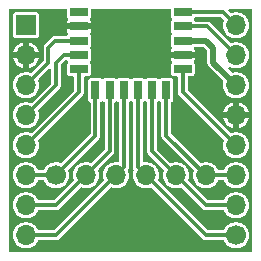
<source format=gtl>
G04 #@! TF.GenerationSoftware,KiCad,Pcbnew,8.0.1*
G04 #@! TF.CreationDate,2024-08-02T19:33:06+01:00*
G04 #@! TF.ProjectId,rn4871_interposer,726e3438-3731-45f6-996e-746572706f73,rev?*
G04 #@! TF.SameCoordinates,Original*
G04 #@! TF.FileFunction,Copper,L1,Top*
G04 #@! TF.FilePolarity,Positive*
%FSLAX46Y46*%
G04 Gerber Fmt 4.6, Leading zero omitted, Abs format (unit mm)*
G04 Created by KiCad (PCBNEW 8.0.1) date 2024-08-02 19:33:06*
%MOMM*%
%LPD*%
G01*
G04 APERTURE LIST*
G04 #@! TA.AperFunction,SMDPad,CuDef*
%ADD10R,1.500000X0.700000*%
G04 #@! TD*
G04 #@! TA.AperFunction,SMDPad,CuDef*
%ADD11R,0.700000X1.500000*%
G04 #@! TD*
G04 #@! TA.AperFunction,ComponentPad*
%ADD12C,1.700000*%
G04 #@! TD*
G04 #@! TA.AperFunction,ComponentPad*
%ADD13O,1.700000X1.700000*%
G04 #@! TD*
G04 #@! TA.AperFunction,ComponentPad*
%ADD14R,1.700000X1.700000*%
G04 #@! TD*
G04 #@! TA.AperFunction,ViaPad*
%ADD15C,0.600000*%
G04 #@! TD*
G04 #@! TA.AperFunction,Conductor*
%ADD16C,0.508000*%
G04 #@! TD*
G04 #@! TA.AperFunction,Conductor*
%ADD17C,0.304800*%
G04 #@! TD*
G04 APERTURE END LIST*
D10*
X140380000Y-82717600D03*
X140380000Y-83917600D03*
X140380000Y-85117600D03*
X140380000Y-86317600D03*
X140380000Y-87517600D03*
D11*
X141780000Y-89317600D03*
X142980000Y-89317600D03*
X144180000Y-89317600D03*
X145380000Y-89317600D03*
X146580000Y-89317600D03*
X147780000Y-89317600D03*
D10*
X149180000Y-87517600D03*
X149180000Y-86317600D03*
X149180000Y-85117600D03*
X149180000Y-83917600D03*
X149180000Y-82717600D03*
D12*
X138430000Y-96520000D03*
D13*
X140970000Y-96520000D03*
X143510000Y-96520000D03*
X146050000Y-96520000D03*
X148590000Y-96520000D03*
X151130000Y-96520000D03*
D12*
X153670000Y-101600000D03*
D13*
X153670000Y-99060000D03*
X153670000Y-96520000D03*
X153670000Y-93980000D03*
X153670000Y-91440000D03*
X153670000Y-88900000D03*
X153670000Y-86360000D03*
X153670000Y-83820000D03*
D14*
X135890000Y-83820000D03*
D13*
X135890000Y-86360000D03*
X135890000Y-88900000D03*
X135890000Y-91440000D03*
X135890000Y-93980000D03*
X135890000Y-96520000D03*
X135890000Y-99060000D03*
X135890000Y-101600000D03*
D15*
X151130000Y-87630000D03*
X149860000Y-101600000D03*
X139700000Y-101600000D03*
X144780000Y-101600000D03*
X144780000Y-83820000D03*
X151130000Y-90170000D03*
X143510000Y-83820000D03*
X146050000Y-85090000D03*
X142240000Y-83820000D03*
X151130000Y-88900000D03*
X143510000Y-87630000D03*
X143510000Y-85090000D03*
X147320000Y-85090000D03*
X146050000Y-83820000D03*
X144780000Y-86360000D03*
X142240000Y-86360000D03*
X147320000Y-83820000D03*
X147320000Y-86360000D03*
X148590000Y-91440000D03*
X138430000Y-83820000D03*
X146050000Y-87630000D03*
X143510000Y-86360000D03*
X147320000Y-87630000D03*
X144780000Y-87630000D03*
X142240000Y-85090000D03*
X149860000Y-91440000D03*
X142240000Y-87630000D03*
X144780000Y-85090000D03*
X146050000Y-86360000D03*
X139700000Y-91440000D03*
X138430000Y-90170000D03*
X140970000Y-91440000D03*
D16*
X150812500Y-87312500D02*
X151130000Y-87630000D01*
X150812500Y-86677500D02*
X150812500Y-87312500D01*
X150452600Y-86317600D02*
X150812500Y-86677500D01*
X149180000Y-86317600D02*
X150452600Y-86317600D01*
X151765000Y-86995000D02*
X153670000Y-88900000D01*
X151765000Y-85725000D02*
X151765000Y-86995000D01*
X151157600Y-85117600D02*
X151765000Y-85725000D01*
X149180000Y-85117600D02*
X151157600Y-85117600D01*
D17*
X138430000Y-99060000D02*
X140970000Y-96520000D01*
X142980000Y-94510000D02*
X140970000Y-96520000D01*
X142980000Y-89317600D02*
X142980000Y-94510000D01*
X135890000Y-99060000D02*
X138430000Y-99060000D01*
X144180000Y-89317600D02*
X144180000Y-95850000D01*
X138430000Y-101600000D02*
X143510000Y-96520000D01*
X144180000Y-95850000D02*
X143510000Y-96520000D01*
X135890000Y-101600000D02*
X138430000Y-101600000D01*
X141780000Y-93170000D02*
X138430000Y-96520000D01*
X138430000Y-96520000D02*
X135890000Y-96520000D01*
X141780000Y-89317600D02*
X141780000Y-93170000D01*
X137795000Y-86995000D02*
X135890000Y-88900000D01*
X140380000Y-85117600D02*
X138402400Y-85117600D01*
X138402400Y-85117600D02*
X137795000Y-85725000D01*
X137795000Y-85725000D02*
X137795000Y-86995000D01*
X140380000Y-89490000D02*
X135890000Y-93980000D01*
X140380000Y-87517600D02*
X140380000Y-89490000D01*
X138430000Y-86995000D02*
X138430000Y-88900000D01*
X139107400Y-86317600D02*
X138430000Y-86995000D01*
X140380000Y-86317600D02*
X139107400Y-86317600D01*
X138430000Y-88900000D02*
X135890000Y-91440000D01*
X151130000Y-96520000D02*
X153670000Y-96520000D01*
X147780000Y-89317600D02*
X147780000Y-93170000D01*
X147780000Y-93170000D02*
X151130000Y-96520000D01*
X145380000Y-95850000D02*
X146050000Y-96520000D01*
X145380000Y-89317600D02*
X145380000Y-95850000D01*
X153670000Y-101600000D02*
X151130000Y-101600000D01*
X151130000Y-101600000D02*
X146050000Y-96520000D01*
X152567600Y-82717600D02*
X153670000Y-83820000D01*
X149180000Y-82717600D02*
X152567600Y-82717600D01*
X149180000Y-89490000D02*
X153670000Y-93980000D01*
X149180000Y-87517600D02*
X149180000Y-89490000D01*
X146580000Y-94510000D02*
X148590000Y-96520000D01*
X151130000Y-99060000D02*
X148590000Y-96520000D01*
X153670000Y-99060000D02*
X151130000Y-99060000D01*
X146580000Y-89317600D02*
X146580000Y-94510000D01*
X149180000Y-83917600D02*
X151227600Y-83917600D01*
X151227600Y-83917600D02*
X153670000Y-86360000D01*
D16*
X140380000Y-83917600D02*
X138527600Y-83917600D01*
X149180000Y-86317600D02*
X147362400Y-86317600D01*
X138527600Y-83917600D02*
X138430000Y-83820000D01*
X147362400Y-86317600D02*
X147320000Y-86360000D01*
X140380000Y-83917600D02*
X142142400Y-83917600D01*
X142142400Y-83917600D02*
X142240000Y-83820000D01*
G04 #@! TA.AperFunction,Conductor*
G36*
X139317621Y-82435502D02*
G01*
X139364114Y-82489158D01*
X139375500Y-82541500D01*
X139375500Y-83092663D01*
X139375501Y-83092673D01*
X139390265Y-83166901D01*
X139444486Y-83248047D01*
X139465701Y-83315800D01*
X139446918Y-83384267D01*
X139444487Y-83388050D01*
X139390736Y-83468494D01*
X139376000Y-83542577D01*
X139376000Y-84292613D01*
X139376001Y-84292623D01*
X139390737Y-84366705D01*
X139390738Y-84366709D01*
X139444486Y-84447149D01*
X139465701Y-84514902D01*
X139446918Y-84583368D01*
X139444487Y-84587151D01*
X139399352Y-84654701D01*
X139344875Y-84700229D01*
X139294586Y-84710700D01*
X138348831Y-84710700D01*
X138273074Y-84730998D01*
X138273072Y-84730999D01*
X138245342Y-84738430D01*
X138198949Y-84765214D01*
X138152558Y-84791998D01*
X138152550Y-84792004D01*
X137469404Y-85475150D01*
X137469396Y-85475160D01*
X137415831Y-85567939D01*
X137415830Y-85567941D01*
X137415830Y-85567942D01*
X137403834Y-85612715D01*
X137400248Y-85626098D01*
X137400247Y-85626100D01*
X137388100Y-85671429D01*
X137388100Y-86774265D01*
X137368098Y-86842386D01*
X137351195Y-86863361D01*
X136387034Y-87827521D01*
X136324722Y-87861546D01*
X136253906Y-87856481D01*
X136252423Y-87855917D01*
X136193557Y-87833112D01*
X136126486Y-87820574D01*
X135992347Y-87795500D01*
X135787653Y-87795500D01*
X135616354Y-87827521D01*
X135586439Y-87833113D01*
X135395577Y-87907054D01*
X135395566Y-87907059D01*
X135221536Y-88014814D01*
X135070266Y-88152715D01*
X134946913Y-88316063D01*
X134855671Y-88499301D01*
X134799654Y-88696180D01*
X134780768Y-88899995D01*
X134780768Y-88900004D01*
X134799654Y-89103819D01*
X134799655Y-89103821D01*
X134855672Y-89300701D01*
X134946912Y-89483935D01*
X134946913Y-89483936D01*
X135070266Y-89647284D01*
X135221536Y-89785185D01*
X135395566Y-89892940D01*
X135395568Y-89892940D01*
X135395573Y-89892944D01*
X135586444Y-89966888D01*
X135787653Y-90004500D01*
X135787655Y-90004500D01*
X135992345Y-90004500D01*
X135992347Y-90004500D01*
X136193556Y-89966888D01*
X136384427Y-89892944D01*
X136558462Y-89785186D01*
X136709732Y-89647285D01*
X136709904Y-89647058D01*
X136730006Y-89620436D01*
X136833088Y-89483935D01*
X136924328Y-89300701D01*
X136980345Y-89103821D01*
X136999232Y-88900000D01*
X136980345Y-88696179D01*
X136931703Y-88525219D01*
X136932299Y-88454226D01*
X136963794Y-88401648D01*
X137808008Y-87557434D01*
X137870317Y-87523412D01*
X137941133Y-87528477D01*
X137997968Y-87571024D01*
X138022779Y-87637544D01*
X138023100Y-87646533D01*
X138023100Y-88679265D01*
X138003098Y-88747386D01*
X137986195Y-88768360D01*
X136387034Y-90367520D01*
X136324722Y-90401546D01*
X136253906Y-90396481D01*
X136252423Y-90395917D01*
X136193557Y-90373112D01*
X136084499Y-90352726D01*
X135992347Y-90335500D01*
X135787653Y-90335500D01*
X135586444Y-90373112D01*
X135586439Y-90373113D01*
X135395577Y-90447054D01*
X135395566Y-90447059D01*
X135221536Y-90554814D01*
X135070266Y-90692715D01*
X134946913Y-90856063D01*
X134855671Y-91039301D01*
X134799654Y-91236180D01*
X134780768Y-91439995D01*
X134780768Y-91440004D01*
X134799654Y-91643819D01*
X134799655Y-91643821D01*
X134855672Y-91840701D01*
X134946912Y-92023935D01*
X134946913Y-92023936D01*
X135070266Y-92187284D01*
X135221536Y-92325185D01*
X135395566Y-92432940D01*
X135395568Y-92432940D01*
X135395573Y-92432944D01*
X135586444Y-92506888D01*
X135787653Y-92544500D01*
X135787655Y-92544500D01*
X135992345Y-92544500D01*
X135992347Y-92544500D01*
X136193556Y-92506888D01*
X136384427Y-92432944D01*
X136558462Y-92325186D01*
X136709732Y-92187285D01*
X136833088Y-92023935D01*
X136924328Y-91840701D01*
X136980345Y-91643821D01*
X136999232Y-91440000D01*
X136993132Y-91374174D01*
X136980345Y-91236180D01*
X136966067Y-91185999D01*
X136931703Y-91065219D01*
X136932299Y-90994225D01*
X136963794Y-90941647D01*
X138755600Y-89149843D01*
X138802992Y-89067758D01*
X138809170Y-89057057D01*
X138836900Y-88953569D01*
X138836900Y-87215734D01*
X138856902Y-87147613D01*
X138873799Y-87126644D01*
X139218931Y-86781512D01*
X139281240Y-86747490D01*
X139352055Y-86752554D01*
X139408891Y-86795101D01*
X139412787Y-86800607D01*
X139444185Y-86847596D01*
X139465401Y-86915348D01*
X139446619Y-86983815D01*
X139444186Y-86987601D01*
X139390266Y-87068297D01*
X139375500Y-87142530D01*
X139375500Y-87892663D01*
X139375501Y-87892673D01*
X139390265Y-87966900D01*
X139446516Y-88051084D01*
X139530697Y-88107333D01*
X139530699Y-88107334D01*
X139604933Y-88122100D01*
X139847100Y-88122099D01*
X139915220Y-88142101D01*
X139961713Y-88195756D01*
X139973100Y-88248099D01*
X139973100Y-89269265D01*
X139953098Y-89337386D01*
X139936195Y-89358360D01*
X136387034Y-92907520D01*
X136324722Y-92941546D01*
X136253906Y-92936481D01*
X136252423Y-92935917D01*
X136193557Y-92913112D01*
X136126486Y-92900574D01*
X135992347Y-92875500D01*
X135787653Y-92875500D01*
X135586444Y-92913112D01*
X135586439Y-92913113D01*
X135395577Y-92987054D01*
X135395566Y-92987059D01*
X135221536Y-93094814D01*
X135070266Y-93232715D01*
X134946913Y-93396063D01*
X134855671Y-93579301D01*
X134799654Y-93776180D01*
X134780768Y-93979995D01*
X134780768Y-93980004D01*
X134799654Y-94183819D01*
X134837277Y-94316049D01*
X134855672Y-94380701D01*
X134946912Y-94563935D01*
X134946913Y-94563936D01*
X135070266Y-94727284D01*
X135221536Y-94865185D01*
X135395566Y-94972940D01*
X135395568Y-94972940D01*
X135395573Y-94972944D01*
X135586444Y-95046888D01*
X135787653Y-95084500D01*
X135787655Y-95084500D01*
X135992345Y-95084500D01*
X135992347Y-95084500D01*
X136193556Y-95046888D01*
X136384427Y-94972944D01*
X136558462Y-94865186D01*
X136709732Y-94727285D01*
X136833088Y-94563935D01*
X136924328Y-94380701D01*
X136980345Y-94183821D01*
X136999232Y-93980000D01*
X136980345Y-93776179D01*
X136931703Y-93605219D01*
X136932299Y-93534226D01*
X136963796Y-93481646D01*
X140705601Y-89739843D01*
X140759170Y-89647058D01*
X140786900Y-89543570D01*
X140786900Y-89436430D01*
X140786900Y-88248099D01*
X140806902Y-88179978D01*
X140860558Y-88133485D01*
X140912900Y-88122099D01*
X141155064Y-88122099D01*
X141155066Y-88122099D01*
X141222361Y-88108714D01*
X141232379Y-88109610D01*
X141243056Y-88098142D01*
X141313484Y-88051084D01*
X141369734Y-87966901D01*
X141384500Y-87892667D01*
X141384499Y-87142534D01*
X141384498Y-87142530D01*
X141384498Y-87142526D01*
X141369734Y-87068300D01*
X141369734Y-87068299D01*
X141315812Y-86987600D01*
X141294598Y-86919850D01*
X141313381Y-86851383D01*
X141315814Y-86847597D01*
X141369733Y-86766902D01*
X141369732Y-86766902D01*
X141369734Y-86766901D01*
X141384500Y-86692667D01*
X141384499Y-85942534D01*
X141384498Y-85942531D01*
X141384498Y-85942526D01*
X141373450Y-85886986D01*
X141369734Y-85868299D01*
X141315812Y-85787600D01*
X141294598Y-85719850D01*
X141313381Y-85651383D01*
X141315814Y-85647597D01*
X141369733Y-85566902D01*
X141369732Y-85566902D01*
X141369734Y-85566901D01*
X141384500Y-85492667D01*
X141384499Y-84742534D01*
X141384498Y-84742530D01*
X141384498Y-84742526D01*
X141369734Y-84668299D01*
X141315513Y-84587152D01*
X141294298Y-84519399D01*
X141313081Y-84450932D01*
X141315513Y-84447148D01*
X141369262Y-84366706D01*
X141369263Y-84366705D01*
X141383999Y-84292622D01*
X141383999Y-83542586D01*
X141383998Y-83542576D01*
X141369262Y-83468494D01*
X141369262Y-83468492D01*
X141315513Y-83388051D01*
X141294298Y-83320298D01*
X141313081Y-83251831D01*
X141315514Y-83248046D01*
X141322290Y-83237903D01*
X141369734Y-83166901D01*
X141384500Y-83092667D01*
X141384499Y-82541499D01*
X141404501Y-82473379D01*
X141458157Y-82426886D01*
X141510499Y-82415500D01*
X148049500Y-82415500D01*
X148117621Y-82435502D01*
X148164114Y-82489158D01*
X148175500Y-82541500D01*
X148175500Y-83092663D01*
X148175501Y-83092673D01*
X148190265Y-83166900D01*
X148244186Y-83247597D01*
X148265401Y-83315349D01*
X148246618Y-83383816D01*
X148244186Y-83387601D01*
X148190266Y-83468297D01*
X148175500Y-83542530D01*
X148175500Y-84292663D01*
X148175501Y-84292673D01*
X148190265Y-84366900D01*
X148244186Y-84447597D01*
X148265401Y-84515349D01*
X148246618Y-84583816D01*
X148244186Y-84587601D01*
X148190266Y-84668297D01*
X148175500Y-84742530D01*
X148175500Y-85492663D01*
X148175501Y-85492673D01*
X148190265Y-85566901D01*
X148244486Y-85648047D01*
X148265701Y-85715800D01*
X148246918Y-85784267D01*
X148244487Y-85788050D01*
X148190736Y-85868494D01*
X148176000Y-85942577D01*
X148176000Y-86692613D01*
X148176001Y-86692623D01*
X148190737Y-86766705D01*
X148190738Y-86766709D01*
X148244486Y-86847149D01*
X148265701Y-86914902D01*
X148246918Y-86983368D01*
X148244486Y-86987152D01*
X148190266Y-87068297D01*
X148175500Y-87142530D01*
X148175500Y-87892663D01*
X148175501Y-87892673D01*
X148190265Y-87966900D01*
X148218198Y-88008703D01*
X148246516Y-88051084D01*
X148316940Y-88098140D01*
X148326121Y-88109126D01*
X148337642Y-88108715D01*
X148404933Y-88122100D01*
X148647100Y-88122099D01*
X148715220Y-88142101D01*
X148761713Y-88195756D01*
X148773100Y-88248099D01*
X148773100Y-89543573D01*
X148800829Y-89647057D01*
X148800830Y-89647060D01*
X148854396Y-89739839D01*
X148854404Y-89739849D01*
X152596201Y-93481645D01*
X152630227Y-93543957D01*
X152628296Y-93605221D01*
X152579654Y-93776180D01*
X152560768Y-93979995D01*
X152560768Y-93980004D01*
X152579654Y-94183819D01*
X152617277Y-94316049D01*
X152635672Y-94380701D01*
X152726912Y-94563935D01*
X152726913Y-94563936D01*
X152850266Y-94727284D01*
X153001536Y-94865185D01*
X153175566Y-94972940D01*
X153175568Y-94972940D01*
X153175573Y-94972944D01*
X153366444Y-95046888D01*
X153567653Y-95084500D01*
X153567655Y-95084500D01*
X153772345Y-95084500D01*
X153772347Y-95084500D01*
X153973556Y-95046888D01*
X154164427Y-94972944D01*
X154338462Y-94865186D01*
X154489732Y-94727285D01*
X154613088Y-94563935D01*
X154704328Y-94380701D01*
X154760345Y-94183821D01*
X154779232Y-93980000D01*
X154760345Y-93776179D01*
X154704328Y-93579299D01*
X154613088Y-93396065D01*
X154560978Y-93327060D01*
X154489733Y-93232715D01*
X154338463Y-93094814D01*
X154164433Y-92987059D01*
X154164428Y-92987057D01*
X154164427Y-92987056D01*
X154136015Y-92976049D01*
X153973559Y-92913113D01*
X153973560Y-92913113D01*
X153973557Y-92913112D01*
X153973556Y-92913112D01*
X153772347Y-92875500D01*
X153567653Y-92875500D01*
X153366444Y-92913112D01*
X153366439Y-92913113D01*
X153366437Y-92913113D01*
X153307573Y-92935917D01*
X153236827Y-92941873D01*
X153174092Y-92908634D01*
X153172964Y-92907520D01*
X151451443Y-91185999D01*
X152594450Y-91185999D01*
X152594451Y-91186000D01*
X153239297Y-91186000D01*
X153204075Y-91247007D01*
X153170000Y-91374174D01*
X153170000Y-91505826D01*
X153204075Y-91632993D01*
X153239297Y-91694000D01*
X152594451Y-91694000D01*
X152636138Y-91840514D01*
X152636140Y-91840519D01*
X152727340Y-92023672D01*
X152850637Y-92186946D01*
X153001838Y-92324784D01*
X153175796Y-92432493D01*
X153175803Y-92432496D01*
X153366582Y-92506405D01*
X153415999Y-92515642D01*
X153416000Y-92515642D01*
X153416000Y-91870702D01*
X153477007Y-91905925D01*
X153604174Y-91940000D01*
X153735826Y-91940000D01*
X153862993Y-91905925D01*
X153924000Y-91870702D01*
X153924000Y-92515642D01*
X153973417Y-92506405D01*
X153973418Y-92506405D01*
X154164196Y-92432496D01*
X154164203Y-92432493D01*
X154338161Y-92324784D01*
X154489362Y-92186946D01*
X154612659Y-92023672D01*
X154703859Y-91840519D01*
X154703861Y-91840514D01*
X154745549Y-91694000D01*
X154100703Y-91694000D01*
X154135925Y-91632993D01*
X154170000Y-91505826D01*
X154170000Y-91374174D01*
X154135925Y-91247007D01*
X154100703Y-91186000D01*
X154745549Y-91186000D01*
X154745549Y-91185999D01*
X154703861Y-91039485D01*
X154703859Y-91039480D01*
X154612659Y-90856327D01*
X154489362Y-90693053D01*
X154338161Y-90555215D01*
X154164203Y-90447506D01*
X154164196Y-90447503D01*
X153973424Y-90373596D01*
X153924000Y-90364357D01*
X153924000Y-91009297D01*
X153862993Y-90974075D01*
X153735826Y-90940000D01*
X153604174Y-90940000D01*
X153477007Y-90974075D01*
X153416000Y-91009297D01*
X153416000Y-90364357D01*
X153366575Y-90373596D01*
X153175803Y-90447503D01*
X153175796Y-90447506D01*
X153001838Y-90555215D01*
X152850637Y-90693053D01*
X152727340Y-90856327D01*
X152636140Y-91039480D01*
X152636138Y-91039485D01*
X152594450Y-91185999D01*
X151451443Y-91185999D01*
X149623805Y-89358361D01*
X149589779Y-89296049D01*
X149586900Y-89269266D01*
X149586900Y-88248099D01*
X149606902Y-88179978D01*
X149660558Y-88133485D01*
X149712900Y-88122099D01*
X149955064Y-88122099D01*
X149955066Y-88122099D01*
X149955069Y-88122098D01*
X149955072Y-88122098D01*
X149991663Y-88114819D01*
X150029301Y-88107334D01*
X150113484Y-88051084D01*
X150169734Y-87966901D01*
X150184500Y-87892667D01*
X150184499Y-87142534D01*
X150184498Y-87142530D01*
X150184498Y-87142526D01*
X150169734Y-87068299D01*
X150115513Y-86987152D01*
X150094298Y-86919399D01*
X150113081Y-86850932D01*
X150115513Y-86847148D01*
X150169262Y-86766706D01*
X150169263Y-86766705D01*
X150183999Y-86692622D01*
X150183999Y-85942586D01*
X150183998Y-85942576D01*
X150169262Y-85868494D01*
X150169262Y-85868493D01*
X150138265Y-85822102D01*
X150117050Y-85754349D01*
X150135833Y-85685882D01*
X150188650Y-85638439D01*
X150243030Y-85626100D01*
X150894782Y-85626100D01*
X150962903Y-85646102D01*
X150983877Y-85663005D01*
X151219595Y-85898723D01*
X151253621Y-85961035D01*
X151256500Y-85987818D01*
X151256500Y-86928055D01*
X151256500Y-87061945D01*
X151291153Y-87191274D01*
X151291154Y-87191276D01*
X151291155Y-87191278D01*
X151358096Y-87307223D01*
X151358098Y-87307225D01*
X151358099Y-87307227D01*
X152564376Y-88513503D01*
X152598400Y-88575814D01*
X152596470Y-88637077D01*
X152579655Y-88696176D01*
X152579654Y-88696184D01*
X152560768Y-88899995D01*
X152560768Y-88900004D01*
X152579654Y-89103819D01*
X152579655Y-89103821D01*
X152635672Y-89300701D01*
X152726912Y-89483935D01*
X152726913Y-89483936D01*
X152850266Y-89647284D01*
X153001536Y-89785185D01*
X153175566Y-89892940D01*
X153175568Y-89892940D01*
X153175573Y-89892944D01*
X153366444Y-89966888D01*
X153567653Y-90004500D01*
X153567655Y-90004500D01*
X153772345Y-90004500D01*
X153772347Y-90004500D01*
X153973556Y-89966888D01*
X154164427Y-89892944D01*
X154338462Y-89785186D01*
X154489732Y-89647285D01*
X154489904Y-89647058D01*
X154510006Y-89620436D01*
X154613088Y-89483935D01*
X154704328Y-89300701D01*
X154760345Y-89103821D01*
X154779232Y-88900000D01*
X154760345Y-88696179D01*
X154704328Y-88499299D01*
X154613088Y-88316065D01*
X154561763Y-88248099D01*
X154489733Y-88152715D01*
X154338463Y-88014814D01*
X154164433Y-87907059D01*
X154164428Y-87907057D01*
X154164427Y-87907056D01*
X154164422Y-87907054D01*
X153973559Y-87833113D01*
X153973560Y-87833113D01*
X153973557Y-87833112D01*
X153973556Y-87833112D01*
X153772347Y-87795500D01*
X153567653Y-87795500D01*
X153492060Y-87809630D01*
X153394484Y-87827870D01*
X153323847Y-87820725D01*
X153282237Y-87793110D01*
X153053524Y-87564397D01*
X153019498Y-87502085D01*
X153024563Y-87431270D01*
X153067110Y-87374434D01*
X153133630Y-87349623D01*
X153188136Y-87357811D01*
X153366444Y-87426888D01*
X153567653Y-87464500D01*
X153567655Y-87464500D01*
X153772345Y-87464500D01*
X153772347Y-87464500D01*
X153973556Y-87426888D01*
X154164427Y-87352944D01*
X154338462Y-87245186D01*
X154489732Y-87107285D01*
X154613088Y-86943935D01*
X154704328Y-86760701D01*
X154760345Y-86563821D01*
X154779232Y-86360000D01*
X154773132Y-86294174D01*
X154760345Y-86156180D01*
X154746068Y-86106000D01*
X154704328Y-85959299D01*
X154613088Y-85776065D01*
X154567578Y-85715800D01*
X154489733Y-85612715D01*
X154338463Y-85474814D01*
X154164433Y-85367059D01*
X154164428Y-85367057D01*
X154164427Y-85367056D01*
X154164422Y-85367054D01*
X153973559Y-85293113D01*
X153973560Y-85293113D01*
X153973557Y-85293112D01*
X153973556Y-85293112D01*
X153772347Y-85255500D01*
X153567653Y-85255500D01*
X153366444Y-85293112D01*
X153366439Y-85293113D01*
X153366437Y-85293113D01*
X153307573Y-85315917D01*
X153236827Y-85321873D01*
X153174092Y-85288634D01*
X153172964Y-85287520D01*
X151477449Y-83592004D01*
X151477439Y-83591996D01*
X151384660Y-83538430D01*
X151384657Y-83538429D01*
X151281173Y-83510700D01*
X151281170Y-83510700D01*
X151281169Y-83510700D01*
X150265414Y-83510700D01*
X150197293Y-83490698D01*
X150160650Y-83454703D01*
X150115814Y-83387603D01*
X150094598Y-83319851D01*
X150113380Y-83251383D01*
X150115814Y-83247597D01*
X150160650Y-83180497D01*
X150215127Y-83134970D01*
X150265414Y-83124500D01*
X152346866Y-83124500D01*
X152414987Y-83144502D01*
X152435961Y-83161405D01*
X152596201Y-83321645D01*
X152630227Y-83383957D01*
X152628296Y-83445221D01*
X152579654Y-83616180D01*
X152560768Y-83819995D01*
X152560768Y-83820004D01*
X152579654Y-84023819D01*
X152579655Y-84023821D01*
X152635672Y-84220701D01*
X152726912Y-84403935D01*
X152726913Y-84403936D01*
X152850266Y-84567284D01*
X153001536Y-84705185D01*
X153175566Y-84812940D01*
X153175568Y-84812940D01*
X153175573Y-84812944D01*
X153366444Y-84886888D01*
X153567653Y-84924500D01*
X153567655Y-84924500D01*
X153772345Y-84924500D01*
X153772347Y-84924500D01*
X153973556Y-84886888D01*
X154164427Y-84812944D01*
X154338462Y-84705186D01*
X154489732Y-84567285D01*
X154613088Y-84403935D01*
X154704328Y-84220701D01*
X154760345Y-84023821D01*
X154779232Y-83820000D01*
X154760345Y-83616179D01*
X154704328Y-83419299D01*
X154613088Y-83236065D01*
X154560857Y-83166900D01*
X154489733Y-83072715D01*
X154338463Y-82934814D01*
X154164433Y-82827059D01*
X154164428Y-82827057D01*
X154164427Y-82827056D01*
X154164422Y-82827054D01*
X153973559Y-82753113D01*
X153973560Y-82753113D01*
X153973557Y-82753112D01*
X153973556Y-82753112D01*
X153772347Y-82715500D01*
X153567653Y-82715500D01*
X153366444Y-82753112D01*
X153366439Y-82753113D01*
X153366437Y-82753113D01*
X153307573Y-82775917D01*
X153236827Y-82781873D01*
X153174092Y-82748634D01*
X153172964Y-82747520D01*
X153056039Y-82630595D01*
X153022013Y-82568283D01*
X153027078Y-82497468D01*
X153069625Y-82440632D01*
X153136145Y-82415821D01*
X153145134Y-82415500D01*
X154948500Y-82415500D01*
X155016621Y-82435502D01*
X155063114Y-82489158D01*
X155074500Y-82541500D01*
X155074500Y-102878500D01*
X155054498Y-102946621D01*
X155000842Y-102993114D01*
X154948500Y-103004500D01*
X134611500Y-103004500D01*
X134543379Y-102984498D01*
X134496886Y-102930842D01*
X134485500Y-102878500D01*
X134485500Y-101600004D01*
X134780768Y-101600004D01*
X134799654Y-101803819D01*
X134849546Y-101979170D01*
X134855672Y-102000701D01*
X134946912Y-102183935D01*
X134946913Y-102183936D01*
X135070266Y-102347284D01*
X135221536Y-102485185D01*
X135395566Y-102592940D01*
X135395568Y-102592940D01*
X135395573Y-102592944D01*
X135586444Y-102666888D01*
X135787653Y-102704500D01*
X135787655Y-102704500D01*
X135992345Y-102704500D01*
X135992347Y-102704500D01*
X136193556Y-102666888D01*
X136384427Y-102592944D01*
X136558462Y-102485186D01*
X136709732Y-102347285D01*
X136833088Y-102183935D01*
X136886466Y-102076736D01*
X136934736Y-102024673D01*
X136999257Y-102006900D01*
X138483570Y-102006900D01*
X138587058Y-101979170D01*
X138679843Y-101925601D01*
X143012966Y-97592476D01*
X143075276Y-97558453D01*
X143146091Y-97563517D01*
X143147520Y-97564061D01*
X143206444Y-97586888D01*
X143407653Y-97624500D01*
X143407655Y-97624500D01*
X143612345Y-97624500D01*
X143612347Y-97624500D01*
X143813556Y-97586888D01*
X144004427Y-97512944D01*
X144178462Y-97405186D01*
X144329732Y-97267285D01*
X144453088Y-97103935D01*
X144544328Y-96920701D01*
X144600345Y-96723821D01*
X144619232Y-96520000D01*
X144600345Y-96316179D01*
X144578622Y-96239832D01*
X144542734Y-96113695D01*
X144545156Y-96113005D01*
X144540105Y-96053033D01*
X144554434Y-96015260D01*
X144559170Y-96007058D01*
X144586900Y-95903570D01*
X144586900Y-95796430D01*
X144586900Y-90403013D01*
X144606902Y-90334892D01*
X144642893Y-90298251D01*
X144710000Y-90253411D01*
X144777749Y-90232198D01*
X144846216Y-90250980D01*
X144850001Y-90253413D01*
X144917102Y-90298249D01*
X144962630Y-90352726D01*
X144973100Y-90403014D01*
X144973100Y-95903573D01*
X145000830Y-96007059D01*
X145000830Y-96007060D01*
X145005566Y-96015263D01*
X145022302Y-96084259D01*
X145016151Y-96113378D01*
X145017266Y-96113696D01*
X144959654Y-96316180D01*
X144940768Y-96519995D01*
X144940768Y-96520004D01*
X144959654Y-96723819D01*
X144959655Y-96723821D01*
X145015672Y-96920701D01*
X145106912Y-97103935D01*
X145106913Y-97103936D01*
X145230266Y-97267284D01*
X145381536Y-97405185D01*
X145555566Y-97512940D01*
X145555568Y-97512940D01*
X145555573Y-97512944D01*
X145746444Y-97586888D01*
X145947653Y-97624500D01*
X145947655Y-97624500D01*
X146152345Y-97624500D01*
X146152347Y-97624500D01*
X146353556Y-97586888D01*
X146412422Y-97564082D01*
X146483166Y-97558124D01*
X146545903Y-97591360D01*
X146547034Y-97592478D01*
X150880150Y-101925595D01*
X150880155Y-101925599D01*
X150880157Y-101925601D01*
X150880158Y-101925602D01*
X150880160Y-101925603D01*
X150972939Y-101979169D01*
X150972942Y-101979170D01*
X151076430Y-102006900D01*
X151076431Y-102006900D01*
X152560743Y-102006900D01*
X152628864Y-102026902D01*
X152673533Y-102076736D01*
X152726912Y-102183935D01*
X152726913Y-102183936D01*
X152850266Y-102347284D01*
X153001536Y-102485185D01*
X153175566Y-102592940D01*
X153175568Y-102592940D01*
X153175573Y-102592944D01*
X153366444Y-102666888D01*
X153567653Y-102704500D01*
X153567655Y-102704500D01*
X153772345Y-102704500D01*
X153772347Y-102704500D01*
X153973556Y-102666888D01*
X154164427Y-102592944D01*
X154338462Y-102485186D01*
X154489732Y-102347285D01*
X154613088Y-102183935D01*
X154704328Y-102000701D01*
X154760345Y-101803821D01*
X154779232Y-101600000D01*
X154760345Y-101396179D01*
X154704328Y-101199299D01*
X154613088Y-101016065D01*
X154572538Y-100962368D01*
X154489733Y-100852715D01*
X154338463Y-100714814D01*
X154164433Y-100607059D01*
X154164428Y-100607057D01*
X154164427Y-100607056D01*
X153973559Y-100533113D01*
X153973560Y-100533113D01*
X153973557Y-100533112D01*
X153973556Y-100533112D01*
X153772347Y-100495500D01*
X153567653Y-100495500D01*
X153366444Y-100533112D01*
X153366439Y-100533113D01*
X153175577Y-100607054D01*
X153175566Y-100607059D01*
X153001536Y-100714814D01*
X152850266Y-100852715D01*
X152726913Y-101016063D01*
X152673534Y-101123263D01*
X152625264Y-101175327D01*
X152560743Y-101193100D01*
X151350734Y-101193100D01*
X151282613Y-101173098D01*
X151261639Y-101156195D01*
X147123798Y-97018354D01*
X147089772Y-96956042D01*
X147091702Y-96894780D01*
X147140345Y-96723821D01*
X147159232Y-96520000D01*
X147140345Y-96316179D01*
X147084328Y-96119299D01*
X146993088Y-95936065D01*
X146887641Y-95796430D01*
X146869733Y-95772715D01*
X146718463Y-95634814D01*
X146544433Y-95527059D01*
X146544428Y-95527057D01*
X146544427Y-95527056D01*
X146544422Y-95527054D01*
X146353559Y-95453113D01*
X146353560Y-95453113D01*
X146353557Y-95453112D01*
X146353556Y-95453112D01*
X146152347Y-95415500D01*
X145947653Y-95415500D01*
X145936046Y-95417669D01*
X145865410Y-95410521D01*
X145809852Y-95366319D01*
X145787011Y-95299097D01*
X145786900Y-95293813D01*
X145786900Y-90403013D01*
X145806902Y-90334892D01*
X145842893Y-90298251D01*
X145910000Y-90253411D01*
X145977749Y-90232198D01*
X146046216Y-90250980D01*
X146050001Y-90253413D01*
X146117102Y-90298249D01*
X146162630Y-90352726D01*
X146173100Y-90403014D01*
X146173100Y-94563573D01*
X146200829Y-94667057D01*
X146200830Y-94667060D01*
X146254396Y-94759839D01*
X146254404Y-94759849D01*
X147516201Y-96021645D01*
X147550226Y-96083957D01*
X147548296Y-96145221D01*
X147499654Y-96316180D01*
X147480768Y-96519995D01*
X147480768Y-96520004D01*
X147499654Y-96723819D01*
X147499655Y-96723821D01*
X147555672Y-96920701D01*
X147646912Y-97103935D01*
X147646913Y-97103936D01*
X147770266Y-97267284D01*
X147921536Y-97405185D01*
X148095566Y-97512940D01*
X148095568Y-97512940D01*
X148095573Y-97512944D01*
X148286444Y-97586888D01*
X148487653Y-97624500D01*
X148487655Y-97624500D01*
X148692345Y-97624500D01*
X148692347Y-97624500D01*
X148893556Y-97586888D01*
X148952422Y-97564082D01*
X149023166Y-97558124D01*
X149085903Y-97591360D01*
X149087034Y-97592478D01*
X150804399Y-99309842D01*
X150880158Y-99385601D01*
X150880159Y-99385602D01*
X150880161Y-99385603D01*
X150972940Y-99439169D01*
X150972943Y-99439170D01*
X151076431Y-99466900D01*
X152560743Y-99466900D01*
X152628864Y-99486902D01*
X152673533Y-99536736D01*
X152726912Y-99643935D01*
X152726913Y-99643936D01*
X152850266Y-99807284D01*
X153001536Y-99945185D01*
X153175566Y-100052940D01*
X153175568Y-100052940D01*
X153175573Y-100052944D01*
X153366444Y-100126888D01*
X153567653Y-100164500D01*
X153567655Y-100164500D01*
X153772345Y-100164500D01*
X153772347Y-100164500D01*
X153973556Y-100126888D01*
X154164427Y-100052944D01*
X154338462Y-99945186D01*
X154489732Y-99807285D01*
X154613088Y-99643935D01*
X154704328Y-99460701D01*
X154760345Y-99263821D01*
X154779232Y-99060000D01*
X154760345Y-98856179D01*
X154704328Y-98659299D01*
X154613088Y-98476065D01*
X154572538Y-98422368D01*
X154489733Y-98312715D01*
X154338463Y-98174814D01*
X154164433Y-98067059D01*
X154164428Y-98067057D01*
X154164427Y-98067056D01*
X153973559Y-97993113D01*
X153973560Y-97993113D01*
X153973557Y-97993112D01*
X153973556Y-97993112D01*
X153772347Y-97955500D01*
X153567653Y-97955500D01*
X153366444Y-97993112D01*
X153366439Y-97993113D01*
X153175577Y-98067054D01*
X153175566Y-98067059D01*
X153001536Y-98174814D01*
X152850266Y-98312715D01*
X152726913Y-98476063D01*
X152673534Y-98583263D01*
X152625264Y-98635327D01*
X152560743Y-98653100D01*
X151350733Y-98653100D01*
X151282612Y-98633098D01*
X151261638Y-98616195D01*
X149663798Y-97018355D01*
X149629772Y-96956043D01*
X149631702Y-96894780D01*
X149680345Y-96723821D01*
X149699232Y-96520000D01*
X149680345Y-96316179D01*
X149624328Y-96119299D01*
X149533088Y-95936065D01*
X149427641Y-95796430D01*
X149409733Y-95772715D01*
X149258463Y-95634814D01*
X149084433Y-95527059D01*
X149084428Y-95527057D01*
X149084427Y-95527056D01*
X149084422Y-95527054D01*
X148893559Y-95453113D01*
X148893560Y-95453113D01*
X148893557Y-95453112D01*
X148893556Y-95453112D01*
X148692347Y-95415500D01*
X148487653Y-95415500D01*
X148286444Y-95453112D01*
X148286439Y-95453113D01*
X148286437Y-95453113D01*
X148227573Y-95475917D01*
X148156827Y-95481873D01*
X148094092Y-95448634D01*
X148092964Y-95447520D01*
X147023805Y-94378361D01*
X146989779Y-94316049D01*
X146986900Y-94289266D01*
X146986900Y-90403013D01*
X147006902Y-90334892D01*
X147042893Y-90298251D01*
X147110000Y-90253411D01*
X147177749Y-90232198D01*
X147246216Y-90250980D01*
X147250001Y-90253413D01*
X147317102Y-90298249D01*
X147362630Y-90352726D01*
X147373100Y-90403014D01*
X147373100Y-93223573D01*
X147400829Y-93327057D01*
X147400830Y-93327060D01*
X147454396Y-93419839D01*
X147454404Y-93419849D01*
X150056201Y-96021644D01*
X150090226Y-96083956D01*
X150088296Y-96145220D01*
X150039654Y-96316180D01*
X150020768Y-96519995D01*
X150020768Y-96520004D01*
X150039654Y-96723819D01*
X150039655Y-96723821D01*
X150095672Y-96920701D01*
X150186912Y-97103935D01*
X150186913Y-97103936D01*
X150310266Y-97267284D01*
X150461536Y-97405185D01*
X150635566Y-97512940D01*
X150635568Y-97512940D01*
X150635573Y-97512944D01*
X150826444Y-97586888D01*
X151027653Y-97624500D01*
X151027655Y-97624500D01*
X151232345Y-97624500D01*
X151232347Y-97624500D01*
X151433556Y-97586888D01*
X151624427Y-97512944D01*
X151798462Y-97405186D01*
X151949732Y-97267285D01*
X152073088Y-97103935D01*
X152126466Y-96996736D01*
X152174736Y-96944673D01*
X152239257Y-96926900D01*
X152560743Y-96926900D01*
X152628864Y-96946902D01*
X152673533Y-96996736D01*
X152726912Y-97103935D01*
X152726913Y-97103936D01*
X152850266Y-97267284D01*
X153001536Y-97405185D01*
X153175566Y-97512940D01*
X153175568Y-97512940D01*
X153175573Y-97512944D01*
X153366444Y-97586888D01*
X153567653Y-97624500D01*
X153567655Y-97624500D01*
X153772345Y-97624500D01*
X153772347Y-97624500D01*
X153973556Y-97586888D01*
X154164427Y-97512944D01*
X154338462Y-97405186D01*
X154489732Y-97267285D01*
X154613088Y-97103935D01*
X154704328Y-96920701D01*
X154760345Y-96723821D01*
X154779232Y-96520000D01*
X154760345Y-96316179D01*
X154704328Y-96119299D01*
X154613088Y-95936065D01*
X154507641Y-95796430D01*
X154489733Y-95772715D01*
X154338463Y-95634814D01*
X154164433Y-95527059D01*
X154164428Y-95527057D01*
X154164427Y-95527056D01*
X154164422Y-95527054D01*
X153973559Y-95453113D01*
X153973560Y-95453113D01*
X153973557Y-95453112D01*
X153973556Y-95453112D01*
X153772347Y-95415500D01*
X153567653Y-95415500D01*
X153366444Y-95453112D01*
X153366439Y-95453113D01*
X153175577Y-95527054D01*
X153175566Y-95527059D01*
X153001536Y-95634814D01*
X152850266Y-95772715D01*
X152726913Y-95936063D01*
X152673534Y-96043263D01*
X152625264Y-96095327D01*
X152560743Y-96113100D01*
X152239257Y-96113100D01*
X152171136Y-96093098D01*
X152126466Y-96043263D01*
X152073088Y-95936065D01*
X151967641Y-95796430D01*
X151949733Y-95772715D01*
X151798463Y-95634814D01*
X151624433Y-95527059D01*
X151624428Y-95527057D01*
X151624427Y-95527056D01*
X151624422Y-95527054D01*
X151433559Y-95453113D01*
X151433560Y-95453113D01*
X151433557Y-95453112D01*
X151433556Y-95453112D01*
X151232347Y-95415500D01*
X151027653Y-95415500D01*
X150826444Y-95453112D01*
X150826439Y-95453113D01*
X150826437Y-95453113D01*
X150767573Y-95475917D01*
X150696827Y-95481873D01*
X150634092Y-95448634D01*
X150632964Y-95447520D01*
X148223805Y-93038361D01*
X148189779Y-92976049D01*
X148186900Y-92949266D01*
X148186900Y-90403013D01*
X148206902Y-90334892D01*
X148242896Y-90298249D01*
X148313484Y-90251084D01*
X148369734Y-90166901D01*
X148384500Y-90092667D01*
X148384499Y-88542534D01*
X148384498Y-88542530D01*
X148384498Y-88542526D01*
X148369734Y-88468299D01*
X148360331Y-88454226D01*
X148313484Y-88384116D01*
X148309997Y-88381786D01*
X148243059Y-88337058D01*
X148233878Y-88326072D01*
X148222356Y-88326484D01*
X148155069Y-88313100D01*
X147404936Y-88313100D01*
X147404926Y-88313101D01*
X147330698Y-88327865D01*
X147250002Y-88381786D01*
X147182249Y-88403001D01*
X147113782Y-88384218D01*
X147109998Y-88381786D01*
X147029302Y-88327866D01*
X146955068Y-88313100D01*
X146204936Y-88313100D01*
X146204926Y-88313101D01*
X146130698Y-88327865D01*
X146050002Y-88381786D01*
X145982249Y-88403001D01*
X145913782Y-88384218D01*
X145909998Y-88381786D01*
X145829302Y-88327866D01*
X145755068Y-88313100D01*
X145004936Y-88313100D01*
X145004926Y-88313101D01*
X144930698Y-88327865D01*
X144850002Y-88381786D01*
X144782249Y-88403001D01*
X144713782Y-88384218D01*
X144709998Y-88381786D01*
X144629302Y-88327866D01*
X144555068Y-88313100D01*
X143804936Y-88313100D01*
X143804926Y-88313101D01*
X143730698Y-88327865D01*
X143650002Y-88381786D01*
X143582249Y-88403001D01*
X143513782Y-88384218D01*
X143509998Y-88381786D01*
X143429302Y-88327866D01*
X143355068Y-88313100D01*
X142604936Y-88313100D01*
X142604926Y-88313101D01*
X142530698Y-88327865D01*
X142450002Y-88381786D01*
X142382249Y-88403001D01*
X142313782Y-88384218D01*
X142309998Y-88381786D01*
X142229302Y-88327866D01*
X142155068Y-88313100D01*
X141404936Y-88313100D01*
X141404924Y-88313102D01*
X141337639Y-88326485D01*
X141327619Y-88325588D01*
X141316942Y-88337057D01*
X141246515Y-88384115D01*
X141190266Y-88468297D01*
X141175500Y-88542530D01*
X141175500Y-90092663D01*
X141175501Y-90092673D01*
X141190265Y-90166900D01*
X141218198Y-90208703D01*
X141246516Y-90251084D01*
X141317103Y-90298249D01*
X141362630Y-90352727D01*
X141373100Y-90403014D01*
X141373100Y-92949265D01*
X141353098Y-93017386D01*
X141336195Y-93038360D01*
X138927034Y-95447520D01*
X138864722Y-95481546D01*
X138793906Y-95476481D01*
X138792423Y-95475917D01*
X138733557Y-95453112D01*
X138666486Y-95440574D01*
X138532347Y-95415500D01*
X138327653Y-95415500D01*
X138126444Y-95453112D01*
X138126439Y-95453113D01*
X137935577Y-95527054D01*
X137935566Y-95527059D01*
X137761536Y-95634814D01*
X137610266Y-95772715D01*
X137486913Y-95936063D01*
X137433534Y-96043263D01*
X137385264Y-96095327D01*
X137320743Y-96113100D01*
X136999257Y-96113100D01*
X136931136Y-96093098D01*
X136886466Y-96043263D01*
X136833088Y-95936065D01*
X136727641Y-95796430D01*
X136709733Y-95772715D01*
X136558463Y-95634814D01*
X136384433Y-95527059D01*
X136384428Y-95527057D01*
X136384427Y-95527056D01*
X136384422Y-95527054D01*
X136193559Y-95453113D01*
X136193560Y-95453113D01*
X136193557Y-95453112D01*
X136193556Y-95453112D01*
X135992347Y-95415500D01*
X135787653Y-95415500D01*
X135586444Y-95453112D01*
X135586439Y-95453113D01*
X135395577Y-95527054D01*
X135395566Y-95527059D01*
X135221536Y-95634814D01*
X135070266Y-95772715D01*
X134946913Y-95936063D01*
X134855671Y-96119301D01*
X134799654Y-96316180D01*
X134780768Y-96519995D01*
X134780768Y-96520004D01*
X134799654Y-96723819D01*
X134799655Y-96723821D01*
X134855672Y-96920701D01*
X134946912Y-97103935D01*
X134946913Y-97103936D01*
X135070266Y-97267284D01*
X135221536Y-97405185D01*
X135395566Y-97512940D01*
X135395568Y-97512940D01*
X135395573Y-97512944D01*
X135586444Y-97586888D01*
X135787653Y-97624500D01*
X135787655Y-97624500D01*
X135992345Y-97624500D01*
X135992347Y-97624500D01*
X136193556Y-97586888D01*
X136384427Y-97512944D01*
X136558462Y-97405186D01*
X136709732Y-97267285D01*
X136833088Y-97103935D01*
X136886466Y-96996736D01*
X136934736Y-96944673D01*
X136999257Y-96926900D01*
X137320743Y-96926900D01*
X137388864Y-96946902D01*
X137433533Y-96996736D01*
X137486912Y-97103935D01*
X137486913Y-97103936D01*
X137610266Y-97267284D01*
X137761536Y-97405185D01*
X137935566Y-97512940D01*
X137935568Y-97512940D01*
X137935573Y-97512944D01*
X138126444Y-97586888D01*
X138327653Y-97624500D01*
X138327655Y-97624500D01*
X138532345Y-97624500D01*
X138532347Y-97624500D01*
X138733556Y-97586888D01*
X138924427Y-97512944D01*
X139098462Y-97405186D01*
X139249732Y-97267285D01*
X139373088Y-97103935D01*
X139464328Y-96920701D01*
X139520345Y-96723821D01*
X139539232Y-96520000D01*
X139520345Y-96316179D01*
X139488430Y-96204010D01*
X139471703Y-96145219D01*
X139472299Y-96074225D01*
X139503794Y-96021647D01*
X142105600Y-93419843D01*
X142119329Y-93396065D01*
X142159170Y-93327057D01*
X142186900Y-93223569D01*
X142186900Y-90403013D01*
X142206902Y-90334892D01*
X142242893Y-90298251D01*
X142310000Y-90253411D01*
X142377749Y-90232198D01*
X142446216Y-90250980D01*
X142450001Y-90253413D01*
X142517102Y-90298249D01*
X142562630Y-90352726D01*
X142573100Y-90403014D01*
X142573100Y-94289265D01*
X142553098Y-94357386D01*
X142536195Y-94378360D01*
X141467034Y-95447520D01*
X141404722Y-95481546D01*
X141333906Y-95476481D01*
X141332423Y-95475917D01*
X141273557Y-95453112D01*
X141206486Y-95440574D01*
X141072347Y-95415500D01*
X140867653Y-95415500D01*
X140666444Y-95453112D01*
X140666439Y-95453113D01*
X140475577Y-95527054D01*
X140475566Y-95527059D01*
X140301536Y-95634814D01*
X140150266Y-95772715D01*
X140026913Y-95936063D01*
X139935671Y-96119301D01*
X139879654Y-96316180D01*
X139860768Y-96519995D01*
X139860768Y-96520004D01*
X139879654Y-96723819D01*
X139928296Y-96894778D01*
X139927700Y-96965772D01*
X139896201Y-97018354D01*
X138298361Y-98616195D01*
X138236049Y-98650220D01*
X138209266Y-98653100D01*
X136999257Y-98653100D01*
X136931136Y-98633098D01*
X136886466Y-98583263D01*
X136833088Y-98476065D01*
X136792538Y-98422368D01*
X136709733Y-98312715D01*
X136558463Y-98174814D01*
X136384433Y-98067059D01*
X136384428Y-98067057D01*
X136384427Y-98067056D01*
X136193559Y-97993113D01*
X136193560Y-97993113D01*
X136193557Y-97993112D01*
X136193556Y-97993112D01*
X135992347Y-97955500D01*
X135787653Y-97955500D01*
X135586444Y-97993112D01*
X135586439Y-97993113D01*
X135395577Y-98067054D01*
X135395566Y-98067059D01*
X135221536Y-98174814D01*
X135070266Y-98312715D01*
X134946913Y-98476063D01*
X134855671Y-98659301D01*
X134799654Y-98856180D01*
X134780768Y-99059995D01*
X134780768Y-99060004D01*
X134799654Y-99263819D01*
X134849546Y-99439170D01*
X134855672Y-99460701D01*
X134946912Y-99643935D01*
X134946913Y-99643936D01*
X135070266Y-99807284D01*
X135221536Y-99945185D01*
X135395566Y-100052940D01*
X135395568Y-100052940D01*
X135395573Y-100052944D01*
X135586444Y-100126888D01*
X135787653Y-100164500D01*
X135787655Y-100164500D01*
X135992345Y-100164500D01*
X135992347Y-100164500D01*
X136193556Y-100126888D01*
X136384427Y-100052944D01*
X136558462Y-99945186D01*
X136709732Y-99807285D01*
X136833088Y-99643935D01*
X136886466Y-99536736D01*
X136934736Y-99484673D01*
X136999257Y-99466900D01*
X138483570Y-99466900D01*
X138587058Y-99439170D01*
X138679843Y-99385601D01*
X140472967Y-97592475D01*
X140535276Y-97558453D01*
X140606091Y-97563517D01*
X140607520Y-97564061D01*
X140666444Y-97586888D01*
X140867653Y-97624500D01*
X140867655Y-97624500D01*
X141072345Y-97624500D01*
X141072347Y-97624500D01*
X141273556Y-97586888D01*
X141464427Y-97512944D01*
X141638462Y-97405186D01*
X141789732Y-97267285D01*
X141913088Y-97103935D01*
X142004328Y-96920701D01*
X142060345Y-96723821D01*
X142079232Y-96520000D01*
X142060345Y-96316179D01*
X142011703Y-96145219D01*
X142012299Y-96074226D01*
X142043794Y-96021648D01*
X143305601Y-94759843D01*
X143359170Y-94667058D01*
X143366600Y-94639328D01*
X143386900Y-94563569D01*
X143386900Y-90403013D01*
X143406902Y-90334892D01*
X143442893Y-90298251D01*
X143510000Y-90253411D01*
X143577749Y-90232198D01*
X143646216Y-90250980D01*
X143650001Y-90253413D01*
X143717102Y-90298249D01*
X143762630Y-90352726D01*
X143773100Y-90403014D01*
X143773100Y-95293813D01*
X143753098Y-95361934D01*
X143699442Y-95408427D01*
X143629168Y-95418531D01*
X143623954Y-95417669D01*
X143612347Y-95415500D01*
X143407653Y-95415500D01*
X143206444Y-95453112D01*
X143206439Y-95453113D01*
X143015577Y-95527054D01*
X143015566Y-95527059D01*
X142841536Y-95634814D01*
X142690266Y-95772715D01*
X142566913Y-95936063D01*
X142475671Y-96119301D01*
X142419654Y-96316180D01*
X142400768Y-96519995D01*
X142400768Y-96520004D01*
X142419654Y-96723819D01*
X142468295Y-96894778D01*
X142467698Y-96965772D01*
X142436200Y-97018354D01*
X138298361Y-101156195D01*
X138236049Y-101190220D01*
X138209266Y-101193100D01*
X136999257Y-101193100D01*
X136931136Y-101173098D01*
X136886466Y-101123263D01*
X136833088Y-101016065D01*
X136792538Y-100962368D01*
X136709733Y-100852715D01*
X136558463Y-100714814D01*
X136384433Y-100607059D01*
X136384428Y-100607057D01*
X136384427Y-100607056D01*
X136193559Y-100533113D01*
X136193560Y-100533113D01*
X136193557Y-100533112D01*
X136193556Y-100533112D01*
X135992347Y-100495500D01*
X135787653Y-100495500D01*
X135586444Y-100533112D01*
X135586439Y-100533113D01*
X135395577Y-100607054D01*
X135395566Y-100607059D01*
X135221536Y-100714814D01*
X135070266Y-100852715D01*
X134946913Y-101016063D01*
X134855671Y-101199301D01*
X134799654Y-101396180D01*
X134780768Y-101599995D01*
X134780768Y-101600004D01*
X134485500Y-101600004D01*
X134485500Y-86105999D01*
X134814450Y-86105999D01*
X134814451Y-86106000D01*
X135459297Y-86106000D01*
X135424075Y-86167007D01*
X135390000Y-86294174D01*
X135390000Y-86425826D01*
X135424075Y-86552993D01*
X135459297Y-86614000D01*
X134814451Y-86614000D01*
X134856138Y-86760514D01*
X134856140Y-86760519D01*
X134947340Y-86943672D01*
X135070637Y-87106946D01*
X135221838Y-87244784D01*
X135395796Y-87352493D01*
X135395803Y-87352496D01*
X135586582Y-87426405D01*
X135635999Y-87435642D01*
X135636000Y-87435642D01*
X135636000Y-86790702D01*
X135697007Y-86825925D01*
X135824174Y-86860000D01*
X135955826Y-86860000D01*
X136082993Y-86825925D01*
X136144000Y-86790702D01*
X136144000Y-87435642D01*
X136193417Y-87426405D01*
X136193418Y-87426405D01*
X136384196Y-87352496D01*
X136384203Y-87352493D01*
X136558161Y-87244784D01*
X136709362Y-87106946D01*
X136832659Y-86943672D01*
X136923859Y-86760519D01*
X136923861Y-86760514D01*
X136965549Y-86614000D01*
X136320703Y-86614000D01*
X136355925Y-86552993D01*
X136390000Y-86425826D01*
X136390000Y-86294174D01*
X136355925Y-86167007D01*
X136320703Y-86106000D01*
X136965549Y-86106000D01*
X136965549Y-86105999D01*
X136923861Y-85959485D01*
X136923859Y-85959480D01*
X136832659Y-85776327D01*
X136709362Y-85613053D01*
X136558161Y-85475215D01*
X136384203Y-85367506D01*
X136384196Y-85367503D01*
X136193424Y-85293596D01*
X136144000Y-85284357D01*
X136144000Y-85929297D01*
X136082993Y-85894075D01*
X135955826Y-85860000D01*
X135824174Y-85860000D01*
X135697007Y-85894075D01*
X135636000Y-85929297D01*
X135636000Y-85284357D01*
X135586575Y-85293596D01*
X135395803Y-85367503D01*
X135395796Y-85367506D01*
X135221838Y-85475215D01*
X135070637Y-85613053D01*
X134947340Y-85776327D01*
X134856140Y-85959480D01*
X134856138Y-85959485D01*
X134814450Y-86105999D01*
X134485500Y-86105999D01*
X134485500Y-84695063D01*
X134785500Y-84695063D01*
X134785501Y-84695073D01*
X134800265Y-84769300D01*
X134856516Y-84853484D01*
X134940697Y-84909733D01*
X134940699Y-84909734D01*
X135014933Y-84924500D01*
X136765066Y-84924499D01*
X136765069Y-84924498D01*
X136765073Y-84924498D01*
X136814326Y-84914701D01*
X136839301Y-84909734D01*
X136923484Y-84853484D01*
X136979734Y-84769301D01*
X136994500Y-84695067D01*
X136994499Y-82944934D01*
X136994498Y-82944930D01*
X136994498Y-82944926D01*
X136979734Y-82870699D01*
X136923483Y-82786515D01*
X136839302Y-82730266D01*
X136765067Y-82715500D01*
X135014936Y-82715500D01*
X135014926Y-82715501D01*
X134940699Y-82730265D01*
X134856515Y-82786516D01*
X134800266Y-82870697D01*
X134785500Y-82944930D01*
X134785500Y-84695063D01*
X134485500Y-84695063D01*
X134485500Y-82541500D01*
X134505502Y-82473379D01*
X134559158Y-82426886D01*
X134611500Y-82415500D01*
X139249500Y-82415500D01*
X139317621Y-82435502D01*
G37*
G04 #@! TD.AperFunction*
M02*

</source>
